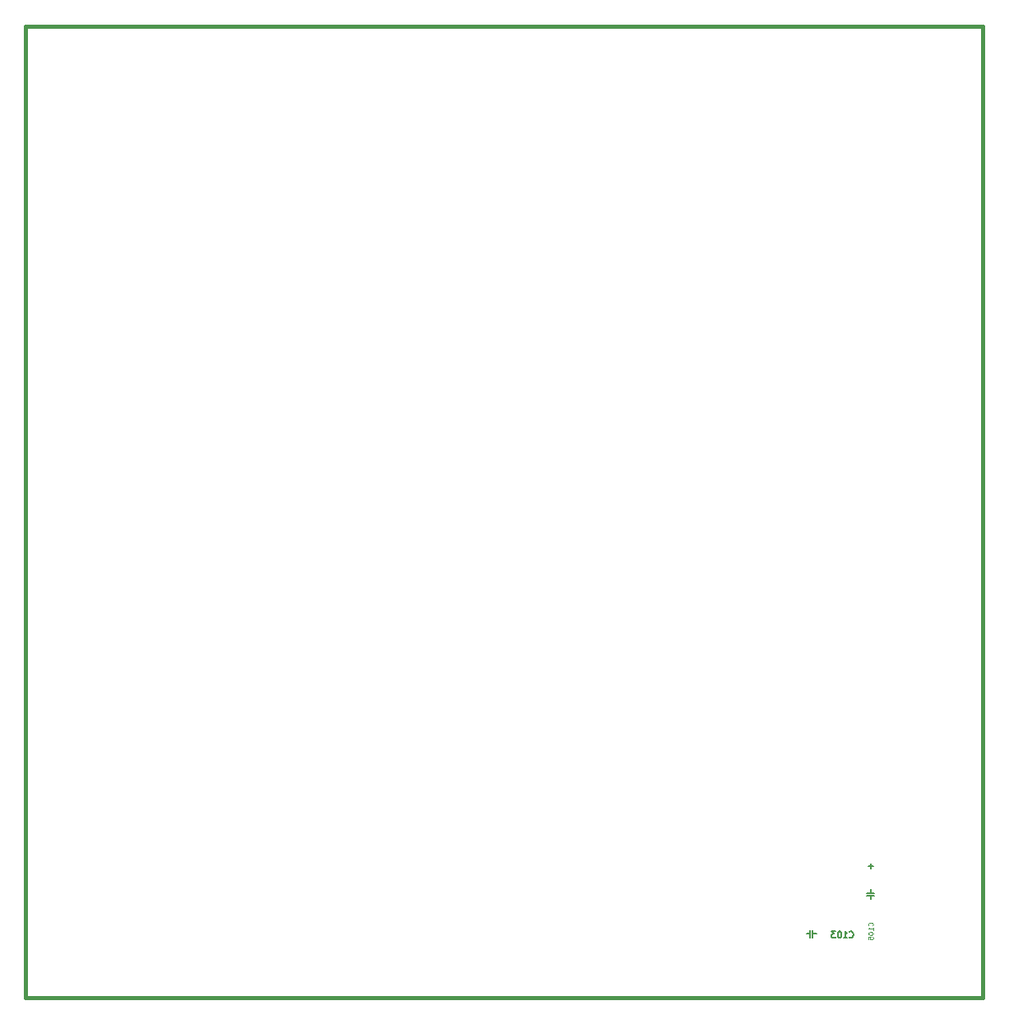
<source format=gbo>
G04 #@! TF.GenerationSoftware,KiCad,Pcbnew,(5.1.5)-3*
G04 #@! TF.CreationDate,2021-08-30T19:37:19+02:00*
G04 #@! TF.ProjectId,fsz,66737a2e-6b69-4636-9164-5f7063625858,0427 -*
G04 #@! TF.SameCoordinates,Original*
G04 #@! TF.FileFunction,Legend,Bot*
G04 #@! TF.FilePolarity,Positive*
%FSLAX46Y46*%
G04 Gerber Fmt 4.6, Leading zero omitted, Abs format (unit mm)*
G04 Created by KiCad (PCBNEW (5.1.5)-3) date 2021-08-30 19:37:19*
%MOMM*%
%LPD*%
G04 APERTURE LIST*
%ADD10C,0.381000*%
%ADD11C,0.127000*%
%ADD12C,0.119380*%
G04 APERTURE END LIST*
D10*
X66294000Y-51511000D02*
X66294000Y-151511000D01*
X164846000Y-51511000D02*
X66294000Y-51511000D01*
X164846000Y-151511000D02*
X66294000Y-151511000D01*
X164846000Y-51511000D02*
X164846000Y-151511000D01*
D11*
X147320000Y-144907000D02*
X147701000Y-144907000D01*
X147320000Y-145288000D02*
X147320000Y-144526000D01*
X146685000Y-144907000D02*
X147066000Y-144907000D01*
X147066000Y-144907000D02*
X147066000Y-145288000D01*
X147066000Y-145288000D02*
X147066000Y-144526000D01*
X153670000Y-140970000D02*
X152908000Y-140970000D01*
X153289000Y-140970000D02*
X153670000Y-140970000D01*
X153289000Y-141351000D02*
X153289000Y-140970000D01*
X153670000Y-140716000D02*
X152908000Y-140716000D01*
X153289000Y-140716000D02*
X153289000Y-140335000D01*
X153543000Y-137922000D02*
X153035000Y-137922000D01*
X153289000Y-138176000D02*
X153289000Y-137668000D01*
X151078595Y-145260785D02*
X151108833Y-145291023D01*
X151199547Y-145321261D01*
X151260023Y-145321261D01*
X151350738Y-145291023D01*
X151411214Y-145230547D01*
X151441452Y-145170071D01*
X151471690Y-145049119D01*
X151471690Y-144958404D01*
X151441452Y-144837452D01*
X151411214Y-144776976D01*
X151350738Y-144716500D01*
X151260023Y-144686261D01*
X151199547Y-144686261D01*
X151108833Y-144716500D01*
X151078595Y-144746738D01*
X150473833Y-145321261D02*
X150836690Y-145321261D01*
X150655261Y-145321261D02*
X150655261Y-144686261D01*
X150715738Y-144776976D01*
X150776214Y-144837452D01*
X150836690Y-144867690D01*
X150080738Y-144686261D02*
X150020261Y-144686261D01*
X149959785Y-144716500D01*
X149929547Y-144746738D01*
X149899309Y-144807214D01*
X149869071Y-144928166D01*
X149869071Y-145079357D01*
X149899309Y-145200309D01*
X149929547Y-145260785D01*
X149959785Y-145291023D01*
X150020261Y-145321261D01*
X150080738Y-145321261D01*
X150141214Y-145291023D01*
X150171452Y-145260785D01*
X150201690Y-145200309D01*
X150231928Y-145079357D01*
X150231928Y-144928166D01*
X150201690Y-144807214D01*
X150171452Y-144746738D01*
X150141214Y-144716500D01*
X150080738Y-144686261D01*
X149657404Y-144686261D02*
X149264309Y-144686261D01*
X149475976Y-144928166D01*
X149385261Y-144928166D01*
X149324785Y-144958404D01*
X149294547Y-144988642D01*
X149264309Y-145049119D01*
X149264309Y-145200309D01*
X149294547Y-145260785D01*
X149324785Y-145291023D01*
X149385261Y-145321261D01*
X149566690Y-145321261D01*
X149627166Y-145291023D01*
X149657404Y-145260785D01*
D12*
X153467707Y-144093050D02*
X153491534Y-144069223D01*
X153515362Y-143997740D01*
X153515362Y-143950085D01*
X153491534Y-143878602D01*
X153443879Y-143830947D01*
X153396224Y-143807119D01*
X153300913Y-143783291D01*
X153229430Y-143783291D01*
X153134120Y-143807119D01*
X153086465Y-143830947D01*
X153038810Y-143878602D01*
X153014982Y-143950085D01*
X153014982Y-143997740D01*
X153038810Y-144069223D01*
X153062637Y-144093050D01*
X153515362Y-144569603D02*
X153515362Y-144283671D01*
X153515362Y-144426637D02*
X153014982Y-144426637D01*
X153086465Y-144378982D01*
X153134120Y-144331327D01*
X153157948Y-144283671D01*
X153014982Y-144879362D02*
X153014982Y-144927017D01*
X153038810Y-144974672D01*
X153062637Y-144998500D01*
X153110292Y-145022328D01*
X153205603Y-145046155D01*
X153324741Y-145046155D01*
X153420051Y-145022328D01*
X153467707Y-144998500D01*
X153491534Y-144974672D01*
X153515362Y-144927017D01*
X153515362Y-144879362D01*
X153491534Y-144831707D01*
X153467707Y-144807879D01*
X153420051Y-144784051D01*
X153324741Y-144760224D01*
X153205603Y-144760224D01*
X153110292Y-144784051D01*
X153062637Y-144807879D01*
X153038810Y-144831707D01*
X153014982Y-144879362D01*
X153014982Y-145498880D02*
X153014982Y-145260604D01*
X153253258Y-145236776D01*
X153229430Y-145260604D01*
X153205603Y-145308259D01*
X153205603Y-145427397D01*
X153229430Y-145475052D01*
X153253258Y-145498880D01*
X153300913Y-145522708D01*
X153420051Y-145522708D01*
X153467707Y-145498880D01*
X153491534Y-145475052D01*
X153515362Y-145427397D01*
X153515362Y-145308259D01*
X153491534Y-145260604D01*
X153467707Y-145236776D01*
M02*

</source>
